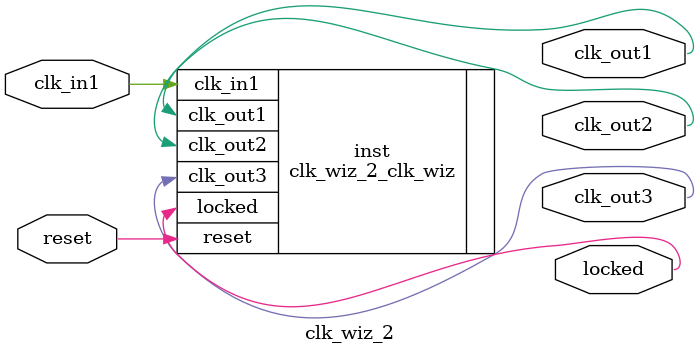
<source format=v>


`timescale 1ps/1ps

(* CORE_GENERATION_INFO = "clk_wiz_2,clk_wiz_v6_0_8_0_0,{component_name=clk_wiz_2,use_phase_alignment=false,use_min_o_jitter=false,use_max_i_jitter=false,use_dyn_phase_shift=false,use_inclk_switchover=false,use_dyn_reconfig=false,enable_axi=0,feedback_source=FDBK_AUTO,PRIMITIVE=MMCM,num_out_clk=3,clkin1_period=5.000,clkin2_period=10.0,use_power_down=false,use_reset=true,use_locked=true,use_inclk_stopped=false,feedback_type=SINGLE,CLOCK_MGR_TYPE=NA,manual_override=false}" *)

module clk_wiz_2 
 (
  // Clock out ports
  output        clk_out1,
  output        clk_out2,
  output        clk_out3,
  // Status and control signals
  input         reset,
  output        locked,
 // Clock in ports
  input         clk_in1
 );

  clk_wiz_2_clk_wiz inst
  (
  // Clock out ports  
  .clk_out1(clk_out1),
  .clk_out2(clk_out2),
  .clk_out3(clk_out3),
  // Status and control signals               
  .reset(reset), 
  .locked(locked),
 // Clock in ports
  .clk_in1(clk_in1)
  );

endmodule

</source>
